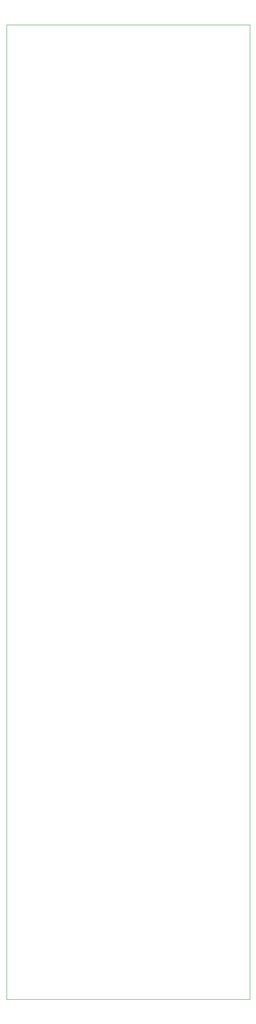
<source format=gbr>
%TF.GenerationSoftware,KiCad,Pcbnew,(5.1.12-1-10_14)*%
%TF.CreationDate,2021-12-12T18:06:01+01:00*%
%TF.ProjectId,sub_destroyer_panel,7375625f-6465-4737-9472-6f7965725f70,rev?*%
%TF.SameCoordinates,Original*%
%TF.FileFunction,Profile,NP*%
%FSLAX46Y46*%
G04 Gerber Fmt 4.6, Leading zero omitted, Abs format (unit mm)*
G04 Created by KiCad (PCBNEW (5.1.12-1-10_14)) date 2021-12-12 18:06:01*
%MOMM*%
%LPD*%
G01*
G04 APERTURE LIST*
%TA.AperFunction,Profile*%
%ADD10C,0.120000*%
%TD*%
G04 APERTURE END LIST*
D10*
X207500000Y-5600000D02*
X207500000Y-205600000D01*
X257500000Y-5600000D02*
X207500000Y-5600000D01*
X257500000Y-205600000D02*
X257500000Y-5600000D01*
X207500000Y-205600000D02*
X257500000Y-205600000D01*
M02*

</source>
